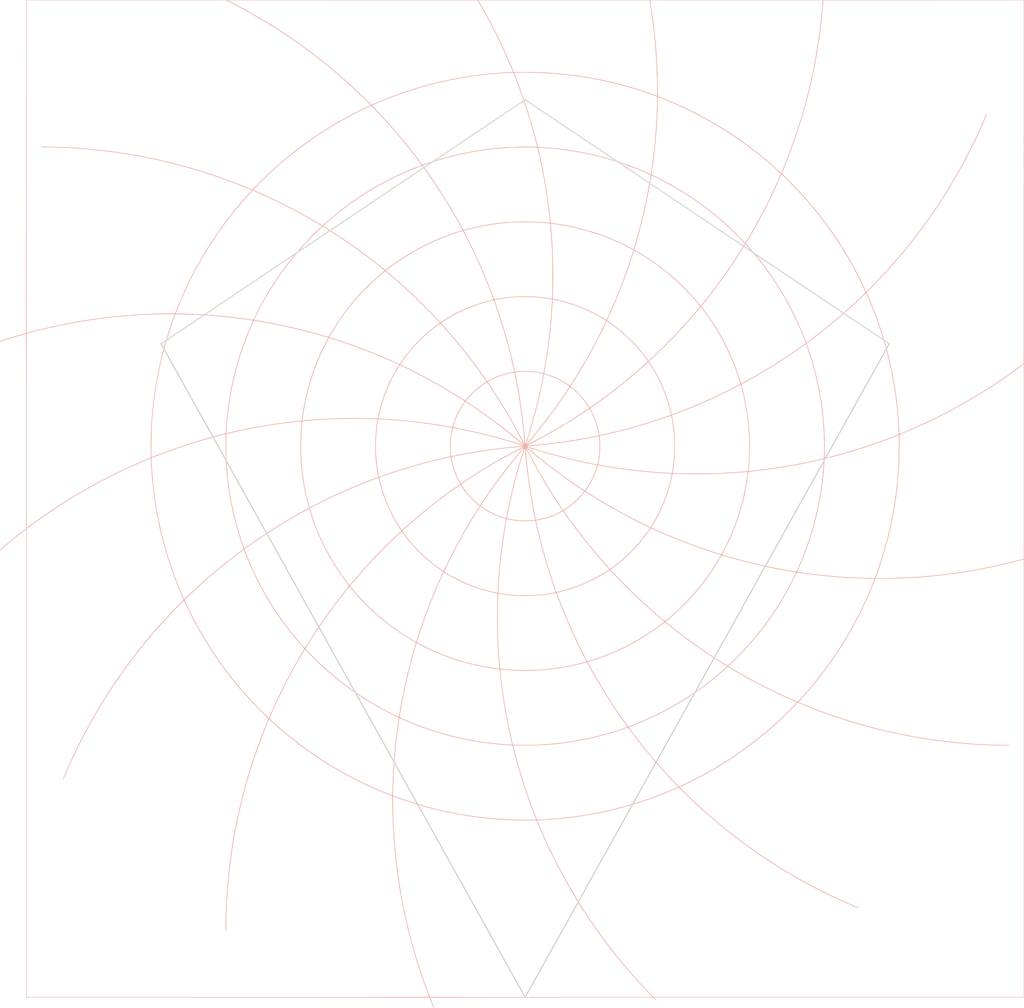
<source format=kicad_pcb>
(kicad_pcb (version 4) (host pcbnew 4.0.7)
  (layers (0 F.Cu signal) (31 B.Cu signal) (34 B.Paste user) (35 F.Paste user) (36 B.SilkS user) (37 F.SilkS user) (38 B.Mask user) (39 F.Mask user) (44 Edge.Cuts user))
  (net 0 "")
  (module LOGO (layer F.Cu) (at 0 0)
    (fp_text reference "G***" hide)
    (fp_text value "LOGO" hide)
  )
  (gr_line (start 1.280900 47.438153) (end -34.270703 -16.409772) (layer Edge.Cuts) (width 0.1))
  (gr_line (start -34.270703 -16.409772) (end 1.280900 47.438153) (layer Edge.Cuts) (width 0.1))
  (gr_line (start -34.270703 -16.409772) (end 1.280900 -40.256119) (layer Edge.Cuts) (width 0.1))
  (gr_line (start 1.280900 -40.256119) (end -34.270703 -16.409772) (layer Edge.Cuts) (width 0.1))
  (gr_line (start 36.832503 -16.409772) (end 1.280900 -40.256119) (layer Edge.Cuts) (width 0.1))
  (gr_line (start 1.280900 -40.256119) (end 36.832503 -16.409772) (layer Edge.Cuts) (width 0.1))
  (gr_line (start 1.280900 47.438153) (end 36.832503 -16.409772) (layer Edge.Cuts) (width 0.1))
  (gr_line (start 36.832503 -16.409772) (end 1.280900 47.438153) (layer Edge.Cuts) (width 0.1))
)
</source>
